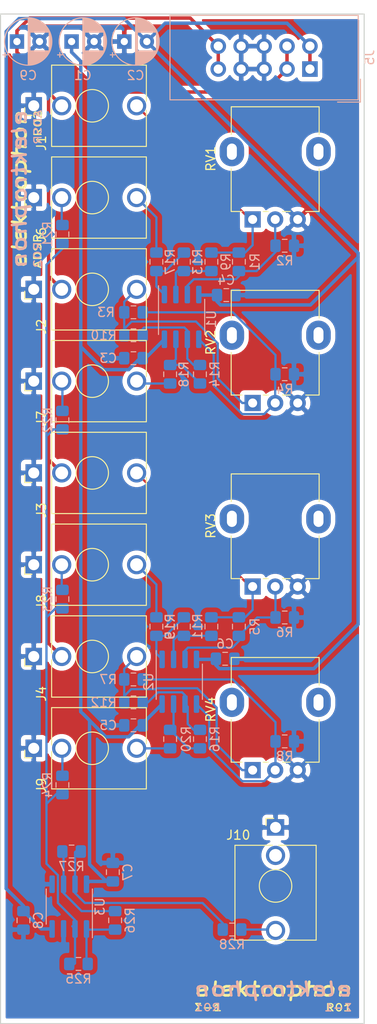
<source format=kicad_pcb>
(kicad_pcb (version 20171130) (host pcbnew 5.1.5-52549c5~86~ubuntu19.04.1)
  (title_block (title ADSR) (date 2019-09-22) (rev 01) (comment 1 "Original design by René Schmitz") (comment 2 "PCB for main circuit") (comment 4 "License CC BY 4.0 - Attribution 4.0 International"))
  (layers (0 F.Cu signal) (31 B.Cu signal) (34 B.Paste user) (35 F.Paste user) (36 B.SilkS user) (37 F.SilkS user) (38 B.Mask user) (39 F.Mask user) (44 Edge.Cuts user))
  (net 0 "")
  (net 1 GND)
  (net 2 +15V)
  (net 3 "Net-(J1-PadT)")
  (net 4 "Net-(J3-PadT)")
  (net 5 "Net-(R10-Pad1)")
  (net 6 -15V)
  (net 7 +5V)
  (net 8 "Net-(J2-PadT)")
  (net 9 "Net-(J4-PadT)")
  (net 10 /MIX_1)
  (net 11 "Net-(J6-PadT)")
  (net 12 "Net-(R1-Pad2)")
  (net 13 "Net-(R3-Pad2)")
  (net 14 "Net-(R5-Pad2)")
  (net 15 "Net-(R7-Pad2)")
  (net 16 "Net-(R13-Pad2)")
  (net 17 "Net-(R11-Pad1)")
  (net 18 "Net-(R12-Pad1)")
  (net 19 "Net-(R13-Pad1)")
  (net 20 "Net-(R14-Pad1)")
  (net 21 "Net-(R15-Pad1)")
  (net 22 "Net-(R16-Pad1)")
  (net 23 "Net-(R21-Pad2)")
  (net 24 "Net-(R25-Pad2)")
  (net 25 "Net-(R26-Pad2)")
  (net 26 "Net-(R27-Pad2)")
  (net 27 /MIX_2)
  (net 28 "Net-(J7-PadT)")
  (net 29 /MIX_3)
  (net 30 "Net-(J8-PadT)")
  (net 31 /MIX_4)
  (net 32 "Net-(J9-PadT)")
  (net 33 "Net-(J10-PadT)")
  (module "elektrophon:elektrophon logo" (layer F.Cu) (at 81.026 159.766)
    (fp_text reference REF** hide)
    (fp_text value "elektrophon logo" hide)
    (fp_text user Σ-1 (at 8.84 1.02) (layer B.SilkS) (effects (font (size 0.8 1)) (justify left mirror)))
    (fp_text user R01 (at -8.83 1) (layer B.SilkS) (effects (font (size 0.8 1)) (justify right mirror)))
    (fp_text user elektrophon (at 0 -1.016) (layer B.SilkS) (effects (font (size 1.5 2) (thickness 0.3) italic) (justify mirror)))
    (fp_text user R01 (at 8.8 1.02) (layer F.SilkS) (effects (font (size 0.8 1)) (justify right)))
    (fp_text user Σ-1 (at -8.88 1) (layer F.SilkS) (effects (font (size 0.8 1)) (justify left)))
    (fp_text user elektrophon (at 0 -1.016) (layer F.SilkS) (effects (font (size 1.5 2) (thickness 0.3) italic)))
  )
  (module Resistor_SMD:R_0805_2012Metric_Pad1.15x1.40mm_HandSolder (layer B.Cu) (at 76.454 152.146)
    (fp_text reference R28 (at 0 1.65) (layer B.SilkS) (effects (justify mirror)))
    (fp_text value 1k)
    (pad 2 smd roundrect (at 1.025 0) (size 1.15 1.4) (layers B.Cu B.Paste B.Mask) (roundrect_rratio 0.217391) (net 33 "Net-(J10-PadT)"))
    (pad 1 smd roundrect (at -1.025 0) (size 1.15 1.4) (layers B.Cu B.Paste B.Mask) (roundrect_rratio 0.217391) (net 26 "Net-(R27-Pad2)"))
  )
  (module Resistor_SMD:R_0805_2012Metric_Pad1.15x1.40mm_HandSolder (layer B.Cu) (at 58.674 143.51)
    (fp_text reference R27 (at 0 1.65) (layer B.SilkS) (effects (justify mirror)))
    (fp_text value 100k)
    (pad 2 smd roundrect (at 1.025 0) (size 1.15 1.4) (layers B.Cu B.Paste B.Mask) (roundrect_rratio 0.217391) (net 26 "Net-(R27-Pad2)"))
    (pad 1 smd roundrect (at -1.025 0) (size 1.15 1.4) (layers B.Cu B.Paste B.Mask) (roundrect_rratio 0.217391) (net 25 "Net-(R26-Pad2)"))
  )
  (module Resistor_SMD:R_0805_2012Metric_Pad1.15x1.40mm_HandSolder (layer B.Cu) (at 63.5 151.13 90)
    (fp_text reference R26 (at 0 1.65 90) (layer B.SilkS) (effects (justify mirror)))
    (fp_text value 100k)
    (pad 2 smd roundrect (at 1.025 0 90) (size 1.15 1.4) (layers B.Cu B.Paste B.Mask) (roundrect_rratio 0.217391) (net 25 "Net-(R26-Pad2)"))
    (pad 1 smd roundrect (at -1.025 0 90) (size 1.15 1.4) (layers B.Cu B.Paste B.Mask) (roundrect_rratio 0.217391) (net 24 "Net-(R25-Pad2)"))
  )
  (module Resistor_SMD:R_0805_2012Metric_Pad1.15x1.40mm_HandSolder (layer B.Cu) (at 59.436 155.956)
    (fp_text reference R25 (at 0 1.65) (layer B.SilkS) (effects (justify mirror)))
    (fp_text value 100k)
    (pad 2 smd roundrect (at 1.025 0) (size 1.15 1.4) (layers B.Cu B.Paste B.Mask) (roundrect_rratio 0.217391) (net 24 "Net-(R25-Pad2)"))
    (pad 1 smd roundrect (at -1.025 0) (size 1.15 1.4) (layers B.Cu B.Paste B.Mask) (roundrect_rratio 0.217391) (net 23 "Net-(R21-Pad2)"))
  )
  (module Resistor_SMD:R_0805_2012Metric_Pad1.15x1.40mm_HandSolder (layer B.Cu) (at 57.658 136.144 270)
    (fp_text reference R24 (at 0 1.65 270) (layer B.SilkS) (effects (justify mirror)))
    (fp_text value 100k)
    (pad 2 smd roundrect (at 1.025 0 270) (size 1.15 1.4) (layers B.Cu B.Paste B.Mask) (roundrect_rratio 0.217391) (net 23 "Net-(R21-Pad2)"))
    (pad 1 smd roundrect (at -1.025 0 270) (size 1.15 1.4) (layers B.Cu B.Paste B.Mask) (roundrect_rratio 0.217391) (net 31 /MIX_4))
  )
  (module Resistor_SMD:R_0805_2012Metric_Pad1.15x1.40mm_HandSolder (layer B.Cu) (at 57.658 115.57 270)
    (fp_text reference R23 (at 0 1.65 270) (layer B.SilkS) (effects (justify mirror)))
    (fp_text value 100k)
    (pad 2 smd roundrect (at 1.025 0 270) (size 1.15 1.4) (layers B.Cu B.Paste B.Mask) (roundrect_rratio 0.217391) (net 23 "Net-(R21-Pad2)"))
    (pad 1 smd roundrect (at -1.025 0 270) (size 1.15 1.4) (layers B.Cu B.Paste B.Mask) (roundrect_rratio 0.217391) (net 29 /MIX_3))
  )
  (module Resistor_SMD:R_0805_2012Metric_Pad1.15x1.40mm_HandSolder (layer B.Cu) (at 57.658 95.758 270)
    (fp_text reference R22 (at 0 1.65 270) (layer B.SilkS) (effects (justify mirror)))
    (fp_text value 100k)
    (pad 2 smd roundrect (at 1.025 0 270) (size 1.15 1.4) (layers B.Cu B.Paste B.Mask) (roundrect_rratio 0.217391) (net 23 "Net-(R21-Pad2)"))
    (pad 1 smd roundrect (at -1.025 0 270) (size 1.15 1.4) (layers B.Cu B.Paste B.Mask) (roundrect_rratio 0.217391) (net 27 /MIX_2))
  )
  (module Resistor_SMD:R_0805_2012Metric_Pad1.15x1.40mm_HandSolder (layer B.Cu) (at 57.658 75.184 270)
    (fp_text reference R21 (at 0 1.65 90) (layer B.SilkS) (effects (justify mirror)))
    (fp_text value 100k)
    (pad 2 smd roundrect (at 1.025 0 270) (size 1.15 1.4) (layers B.Cu B.Paste B.Mask) (roundrect_rratio 0.217391) (net 23 "Net-(R21-Pad2)"))
    (pad 1 smd roundrect (at -1.025 0 270) (size 1.15 1.4) (layers B.Cu B.Paste B.Mask) (roundrect_rratio 0.217391) (net 10 /MIX_1))
  )
  (module Resistor_SMD:R_0805_2012Metric_Pad1.15x1.40mm_HandSolder (layer B.Cu) (at 69.596 131.064 270)
    (fp_text reference R20 (at 0 -1.778 90) (layer B.SilkS) (effects (justify mirror)))
    (fp_text value 1k)
    (pad 2 smd roundrect (at 1.025 0 270) (size 1.15 1.4) (layers B.Cu B.Paste B.Mask) (roundrect_rratio 0.217391) (net 32 "Net-(J9-PadT)"))
    (pad 1 smd roundrect (at -1.025 0 270) (size 1.15 1.4) (layers B.Cu B.Paste B.Mask) (roundrect_rratio 0.217391) (net 22 "Net-(R16-Pad1)"))
  )
  (module Resistor_SMD:R_0805_2012Metric_Pad1.15x1.40mm_HandSolder (layer B.Cu) (at 68.072 118.609 90)
    (fp_text reference R19 (at -0.009 1.524 90) (layer B.SilkS) (effects (justify mirror)))
    (fp_text value 1k)
    (pad 2 smd roundrect (at 1.025 0 90) (size 1.15 1.4) (layers B.Cu B.Paste B.Mask) (roundrect_rratio 0.217391) (net 30 "Net-(J8-PadT)"))
    (pad 1 smd roundrect (at -1.025 0 90) (size 1.15 1.4) (layers B.Cu B.Paste B.Mask) (roundrect_rratio 0.217391) (net 21 "Net-(R15-Pad1)"))
  )
  (module Resistor_SMD:R_0805_2012Metric_Pad1.15x1.40mm_HandSolder (layer B.Cu) (at 69.596 90.678 270)
    (fp_text reference R18 (at 0 -1.524 270) (layer B.SilkS) (effects (justify mirror)))
    (fp_text value 1k)
    (pad 2 smd roundrect (at 1.025 0 270) (size 1.15 1.4) (layers B.Cu B.Paste B.Mask) (roundrect_rratio 0.217391) (net 28 "Net-(J7-PadT)"))
    (pad 1 smd roundrect (at -1.025 0 270) (size 1.15 1.4) (layers B.Cu B.Paste B.Mask) (roundrect_rratio 0.217391) (net 20 "Net-(R14-Pad1)"))
  )
  (module Resistor_SMD:R_0805_2012Metric_Pad1.15x1.40mm_HandSolder (layer B.Cu) (at 68.072 78.232 90)
    (fp_text reference R17 (at 0 1.524 90) (layer B.SilkS) (effects (justify mirror)))
    (fp_text value 1k)
    (pad 2 smd roundrect (at 1.025 0 90) (size 1.15 1.4) (layers B.Cu B.Paste B.Mask) (roundrect_rratio 0.217391) (net 11 "Net-(J6-PadT)"))
    (pad 1 smd roundrect (at -1.025 0 90) (size 1.15 1.4) (layers B.Cu B.Paste B.Mask) (roundrect_rratio 0.217391) (net 19 "Net-(R13-Pad1)"))
  )
  (module Resistor_SMD:R_0805_2012Metric_Pad1.15x1.40mm_HandSolder (layer B.Cu) (at 72.898 131.064 90)
    (fp_text reference R16 (at 0 1.65 90) (layer B.SilkS) (effects (justify mirror)))
    (fp_text value 100k)
    (pad 2 smd roundrect (at 1.025 0 90) (size 1.15 1.4) (layers B.Cu B.Paste B.Mask) (roundrect_rratio 0.217391) (net 18 "Net-(R12-Pad1)"))
    (pad 1 smd roundrect (at -1.025 0 90) (size 1.15 1.4) (layers B.Cu B.Paste B.Mask) (roundrect_rratio 0.217391) (net 22 "Net-(R16-Pad1)"))
  )
  (module Resistor_SMD:R_0805_2012Metric_Pad1.15x1.40mm_HandSolder (layer B.Cu) (at 71.12 118.609 270)
    (fp_text reference R15 (at 0 1.524 90) (layer B.SilkS) (effects (justify mirror)))
    (fp_text value 100k)
    (pad 2 smd roundrect (at 1.025 0 270) (size 1.15 1.4) (layers B.Cu B.Paste B.Mask) (roundrect_rratio 0.217391) (net 17 "Net-(R11-Pad1)"))
    (pad 1 smd roundrect (at -1.025 0 270) (size 1.15 1.4) (layers B.Cu B.Paste B.Mask) (roundrect_rratio 0.217391) (net 21 "Net-(R15-Pad1)"))
  )
  (module Resistor_SMD:R_0805_2012Metric_Pad1.15x1.40mm_HandSolder (layer B.Cu) (at 72.898 90.678 90)
    (fp_text reference R14 (at 0 1.65 90) (layer B.SilkS) (effects (justify mirror)))
    (fp_text value 100k)
    (pad 2 smd roundrect (at 1.025 0 90) (size 1.15 1.4) (layers B.Cu B.Paste B.Mask) (roundrect_rratio 0.217391) (net 5 "Net-(R10-Pad1)"))
    (pad 1 smd roundrect (at -1.025 0 90) (size 1.15 1.4) (layers B.Cu B.Paste B.Mask) (roundrect_rratio 0.217391) (net 20 "Net-(R14-Pad1)"))
  )
  (module Resistor_SMD:R_0805_2012Metric_Pad1.15x1.40mm_HandSolder (layer B.Cu) (at 71.12 78.232 270)
    (fp_text reference R13 (at 0 -1.524 90) (layer B.SilkS) (effects (justify mirror)))
    (fp_text value 100k)
    (pad 2 smd roundrect (at 1.025 0 270) (size 1.15 1.4) (layers B.Cu B.Paste B.Mask) (roundrect_rratio 0.217391) (net 16 "Net-(R13-Pad2)"))
    (pad 1 smd roundrect (at -1.025 0 270) (size 1.15 1.4) (layers B.Cu B.Paste B.Mask) (roundrect_rratio 0.217391) (net 19 "Net-(R13-Pad1)"))
  )
  (module Resistor_SMD:R_0805_2012Metric_Pad1.15x1.40mm_HandSolder (layer B.Cu) (at 65.532 127 180)
    (fp_text reference R12 (at 3.302 0) (layer B.SilkS) (effects (justify mirror)))
    (fp_text value 100k)
    (pad 2 smd roundrect (at 1.025 0 180) (size 1.15 1.4) (layers B.Cu B.Paste B.Mask) (roundrect_rratio 0.217391) (net 9 "Net-(J4-PadT)"))
    (pad 1 smd roundrect (at -1.025 0 180) (size 1.15 1.4) (layers B.Cu B.Paste B.Mask) (roundrect_rratio 0.217391) (net 18 "Net-(R12-Pad1)"))
  )
  (module Resistor_SMD:R_0805_2012Metric_Pad1.15x1.40mm_HandSolder (layer B.Cu) (at 74.168 118.609 90)
    (fp_text reference R11 (at 0 -1.524 270) (layer B.SilkS) (effects (justify mirror)))
    (fp_text value 100k)
    (pad 2 smd roundrect (at 1.025 0 90) (size 1.15 1.4) (layers B.Cu B.Paste B.Mask) (roundrect_rratio 0.217391) (net 4 "Net-(J3-PadT)"))
    (pad 1 smd roundrect (at -1.025 0 90) (size 1.15 1.4) (layers B.Cu B.Paste B.Mask) (roundrect_rratio 0.217391) (net 17 "Net-(R11-Pad1)"))
  )
  (module Resistor_SMD:R_0805_2012Metric_Pad1.15x1.40mm_HandSolder (layer B.Cu) (at 65.532 86.36 180)
    (fp_text reference R10 (at 3.302 0) (layer B.SilkS) (effects (justify mirror)))
    (fp_text value 100k)
    (pad 2 smd roundrect (at 1.025 0 180) (size 1.15 1.4) (layers B.Cu B.Paste B.Mask) (roundrect_rratio 0.217391) (net 8 "Net-(J2-PadT)"))
    (pad 1 smd roundrect (at -1.025 0 180) (size 1.15 1.4) (layers B.Cu B.Paste B.Mask) (roundrect_rratio 0.217391) (net 5 "Net-(R10-Pad1)"))
  )
  (module Resistor_SMD:R_0805_2012Metric_Pad1.15x1.40mm_HandSolder (layer B.Cu) (at 74.168 78.232 90)
    (fp_text reference R9 (at 0 1.608668 90) (layer B.SilkS) (effects (justify mirror)))
    (fp_text value 100k)
    (pad 2 smd roundrect (at 1.025 0 90) (size 1.15 1.4) (layers B.Cu B.Paste B.Mask) (roundrect_rratio 0.217391) (net 3 "Net-(J1-PadT)"))
    (pad 1 smd roundrect (at -1.025 0 90) (size 1.15 1.4) (layers B.Cu B.Paste B.Mask) (roundrect_rratio 0.217391) (net 16 "Net-(R13-Pad2)"))
  )
  (module Resistor_SMD:R_0805_2012Metric_Pad1.15x1.40mm_HandSolder (layer B.Cu) (at 82.296 131.318)
    (fp_text reference R8 (at 0 1.65) (layer B.SilkS) (effects (justify mirror)))
    (fp_text value 47k)
    (pad 2 smd roundrect (at 1.025 0) (size 1.15 1.4) (layers B.Cu B.Paste B.Mask) (roundrect_rratio 0.217391) (net 1 GND))
    (pad 1 smd roundrect (at -1.025 0) (size 1.15 1.4) (layers B.Cu B.Paste B.Mask) (roundrect_rratio 0.217391) (net 15 "Net-(R7-Pad2)"))
  )
  (module Resistor_SMD:R_0805_2012Metric_Pad1.15x1.40mm_HandSolder (layer B.Cu) (at 65.532 124.46)
    (fp_text reference R7 (at -2.794 0) (layer B.SilkS) (effects (justify mirror)))
    (fp_text value 47k)
    (pad 2 smd roundrect (at 1.025 0) (size 1.15 1.4) (layers B.Cu B.Paste B.Mask) (roundrect_rratio 0.217391) (net 15 "Net-(R7-Pad2)"))
    (pad 1 smd roundrect (at -1.025 0) (size 1.15 1.4) (layers B.Cu B.Paste B.Mask) (roundrect_rratio 0.217391) (net 9 "Net-(J4-PadT)"))
  )
  (module Resistor_SMD:R_0805_2012Metric_Pad1.15x1.40mm_HandSolder (layer B.Cu) (at 82.296 117.602)
    (fp_text reference R6 (at 0 1.65) (layer B.SilkS) (effects (justify mirror)))
    (fp_text value 47k)
    (pad 2 smd roundrect (at 1.025 0) (size 1.15 1.4) (layers B.Cu B.Paste B.Mask) (roundrect_rratio 0.217391) (net 1 GND))
    (pad 1 smd roundrect (at -1.025 0) (size 1.15 1.4) (layers B.Cu B.Paste B.Mask) (roundrect_rratio 0.217391) (net 14 "Net-(R5-Pad2)"))
  )
  (module Resistor_SMD:R_0805_2012Metric_Pad1.15x1.40mm_HandSolder (layer B.Cu) (at 77.216 118.609 270)
    (fp_text reference R5 (at 0.009 -1.778 90) (layer B.SilkS) (effects (justify mirror)))
    (fp_text value 47k)
    (pad 2 smd roundrect (at 1.025 0 270) (size 1.15 1.4) (layers B.Cu B.Paste B.Mask) (roundrect_rratio 0.217391) (net 14 "Net-(R5-Pad2)"))
    (pad 1 smd roundrect (at -1.025 0 270) (size 1.15 1.4) (layers B.Cu B.Paste B.Mask) (roundrect_rratio 0.217391) (net 4 "Net-(J3-PadT)"))
  )
  (module Resistor_SMD:R_0805_2012Metric_Pad1.15x1.40mm_HandSolder (layer B.Cu) (at 82.296 90.678)
    (fp_text reference R4 (at 0 1.65 180) (layer B.SilkS) (effects (justify mirror)))
    (fp_text value 47k)
    (pad 2 smd roundrect (at 1.025 0) (size 1.15 1.4) (layers B.Cu B.Paste B.Mask) (roundrect_rratio 0.217391) (net 1 GND))
    (pad 1 smd roundrect (at -1.025 0) (size 1.15 1.4) (layers B.Cu B.Paste B.Mask) (roundrect_rratio 0.217391) (net 13 "Net-(R3-Pad2)"))
  )
  (module Resistor_SMD:R_0805_2012Metric_Pad1.15x1.40mm_HandSolder (layer B.Cu) (at 65.532 83.82)
    (fp_text reference R3 (at -3.048 0 180) (layer B.SilkS) (effects (justify mirror)))
    (fp_text value 47k)
    (pad 2 smd roundrect (at 1.025 0) (size 1.15 1.4) (layers B.Cu B.Paste B.Mask) (roundrect_rratio 0.217391) (net 13 "Net-(R3-Pad2)"))
    (pad 1 smd roundrect (at -1.025 0) (size 1.15 1.4) (layers B.Cu B.Paste B.Mask) (roundrect_rratio 0.217391) (net 8 "Net-(J2-PadT)"))
  )
  (module Resistor_SMD:R_0805_2012Metric_Pad1.15x1.40mm_HandSolder (layer B.Cu) (at 82.296 76.454)
    (fp_text reference R2 (at 0 1.65) (layer B.SilkS) (effects (justify mirror)))
    (fp_text value 47k)
    (pad 2 smd roundrect (at 1.025 0) (size 1.15 1.4) (layers B.Cu B.Paste B.Mask) (roundrect_rratio 0.217391) (net 1 GND))
    (pad 1 smd roundrect (at -1.025 0) (size 1.15 1.4) (layers B.Cu B.Paste B.Mask) (roundrect_rratio 0.217391) (net 12 "Net-(R1-Pad2)"))
  )
  (module Resistor_SMD:R_0805_2012Metric_Pad1.15x1.40mm_HandSolder (layer B.Cu) (at 77.216 78.232 270)
    (fp_text reference R1 (at 0 -1.778 90) (layer B.SilkS) (effects (justify mirror)))
    (fp_text value 47k)
    (pad 2 smd roundrect (at 1.025 0 270) (size 1.15 1.4) (layers B.Cu B.Paste B.Mask) (roundrect_rratio 0.217391) (net 12 "Net-(R1-Pad2)"))
    (pad 1 smd roundrect (at -1.025 0 270) (size 1.15 1.4) (layers B.Cu B.Paste B.Mask) (roundrect_rratio 0.217391) (net 3 "Net-(J1-PadT)"))
  )
  (module Capacitor_SMD:C_0805_2012Metric_Pad1.15x1.40mm_HandSolder (layer B.Cu) (at 53.34 151.13 90)
    (fp_text reference C8 (at 0 1.65 -90) (layer B.SilkS) (effects (justify mirror)))
    (fp_text value 0.1u)
    (pad 2 smd roundrect (at 1.025 0 90) (size 1.15 1.4) (layers B.Cu B.Paste B.Mask) (roundrect_rratio 0.217391) (net 6 -15V))
    (pad 1 smd roundrect (at -1.025 0 90) (size 1.15 1.4) (layers B.Cu B.Paste B.Mask) (roundrect_rratio 0.217391) (net 1 GND))
  )
  (module Capacitor_SMD:C_0805_2012Metric_Pad1.15x1.40mm_HandSolder (layer B.Cu) (at 63.246 145.796 90)
    (fp_text reference C7 (at 0 1.65 90) (layer B.SilkS) (effects (justify mirror)))
    (fp_text value 0.1u)
    (pad 2 smd roundrect (at 1.025 0 90) (size 1.15 1.4) (layers B.Cu B.Paste B.Mask) (roundrect_rratio 0.217391) (net 1 GND))
    (pad 1 smd roundrect (at -1.025 0 90) (size 1.15 1.4) (layers B.Cu B.Paste B.Mask) (roundrect_rratio 0.217391) (net 2 +15V))
  )
  (module Capacitor_SMD:C_0805_2012Metric_Pad1.15x1.40mm_HandSolder (layer B.Cu) (at 75.692 122.174 180)
    (fp_text reference C6 (at 0 1.65) (layer B.SilkS) (effects (justify mirror)))
    (fp_text value 0.1u)
    (pad 2 smd roundrect (at 1.025 0 180) (size 1.15 1.4) (layers B.Cu B.Paste B.Mask) (roundrect_rratio 0.217391) (net 6 -15V))
    (pad 1 smd roundrect (at -1.025 0 180) (size 1.15 1.4) (layers B.Cu B.Paste B.Mask) (roundrect_rratio 0.217391) (net 1 GND))
  )
  (module Capacitor_SMD:C_0805_2012Metric_Pad1.15x1.40mm_HandSolder (layer B.Cu) (at 65.532 129.54 180)
    (fp_text reference C5 (at 2.794 0) (layer B.SilkS) (effects (justify mirror)))
    (fp_text value 0.1u)
    (pad 2 smd roundrect (at 1.025 0 180) (size 1.15 1.4) (layers B.Cu B.Paste B.Mask) (roundrect_rratio 0.217391) (net 1 GND))
    (pad 1 smd roundrect (at -1.025 0 180) (size 1.15 1.4) (layers B.Cu B.Paste B.Mask) (roundrect_rratio 0.217391) (net 2 +15V))
  )
  (module Capacitor_SMD:C_0805_2012Metric_Pad1.15x1.40mm_HandSolder (layer B.Cu) (at 75.819 81.915 180)
    (fp_text reference C4 (at 0 1.65 180) (layer B.SilkS) (effects (justify mirror)))
    (fp_text value 0.1u)
    (pad 2 smd roundrect (at 1.025 0 180) (size 1.15 1.4) (layers B.Cu B.Paste B.Mask) (roundrect_rratio 0.217391) (net 6 -15V))
    (pad 1 smd roundrect (at -1.025 0 180) (size 1.15 1.4) (layers B.Cu B.Paste B.Mask) (roundrect_rratio 0.217391) (net 1 GND))
  )
  (module Capacitor_SMD:C_0805_2012Metric_Pad1.15x1.40mm_HandSolder (layer B.Cu) (at 65.532 88.9 180)
    (fp_text reference C3 (at 2.794 0) (layer B.SilkS) (effects (justify mirror)))
    (fp_text value 0.1u)
    (pad 2 smd roundrect (at 1.025 0 180) (size 1.15 1.4) (layers B.Cu B.Paste B.Mask) (roundrect_rratio 0.217391) (net 1 GND))
    (pad 1 smd roundrect (at -1.025 0 180) (size 1.15 1.4) (layers B.Cu B.Paste B.Mask) (roundrect_rratio 0.217391) (net 2 +15V))
  )
  (module Package_SO:SOIC-8_3.9x4.9mm_P1.27mm (layer B.Cu) (at 58.42 149.606 90)
    (fp_text reference U3 (at 0 3.4 90) (layer B.SilkS) (effects (justify mirror)))
    (fp_text value OPA2134)
    (pad 8 smd roundrect (at 2.475 1.905 90) (size 1.95 0.6) (layers B.Cu B.Paste B.Mask) (net 2 +15V))
    (pad 7 smd roundrect (at 2.475 0.635 90) (size 1.95 0.6) (layers B.Cu B.Paste B.Mask) (net 26 "Net-(R27-Pad2)"))
    (pad 6 smd roundrect (at 2.475 -0.635 90) (size 1.95 0.6) (layers B.Cu B.Paste B.Mask) (net 25 "Net-(R26-Pad2)"))
    (pad 5 smd roundrect (at 2.475 -1.905 90) (size 1.95 0.6) (layers B.Cu B.Paste B.Mask) (net 1 GND))
    (pad 4 smd roundrect (at -2.475 -1.905 90) (size 1.95 0.6) (layers B.Cu B.Paste B.Mask) (net 6 -15V))
    (pad 3 smd roundrect (at -2.475 -0.635 90) (size 1.95 0.6) (layers B.Cu B.Paste B.Mask) (net 1 GND))
    (pad 2 smd roundrect (at -2.475 0.635 90) (size 1.95 0.6) (layers B.Cu B.Paste B.Mask) (net 23 "Net-(R21-Pad2)"))
    (pad 1 smd roundrect (at -2.475 1.905 90) (size 1.95 0.6) (layers B.Cu B.Paste B.Mask) (net 24 "Net-(R25-Pad2)"))
  )
  (module Package_SO:SOIC-8_3.9x4.9mm_P1.27mm (layer B.Cu) (at 70.612 124.714 270)
    (fp_text reference U2 (at 0 3.4 270) (layer B.SilkS) (effects (justify mirror)))
    (fp_text value OPA2134)
    (pad 8 smd roundrect (at 2.475 1.905 270) (size 1.95 0.6) (layers B.Cu B.Paste B.Mask) (net 2 +15V))
    (pad 7 smd roundrect (at 2.475 0.635 270) (size 1.95 0.6) (layers B.Cu B.Paste B.Mask) (net 22 "Net-(R16-Pad1)"))
    (pad 6 smd roundrect (at 2.475 -0.635 270) (size 1.95 0.6) (layers B.Cu B.Paste B.Mask) (net 18 "Net-(R12-Pad1)"))
    (pad 5 smd roundrect (at 2.475 -1.905 270) (size 1.95 0.6) (layers B.Cu B.Paste B.Mask) (net 15 "Net-(R7-Pad2)"))
    (pad 4 smd roundrect (at -2.475 -1.905 270) (size 1.95 0.6) (layers B.Cu B.Paste B.Mask) (net 6 -15V))
    (pad 3 smd roundrect (at -2.475 -0.635 270) (size 1.95 0.6) (layers B.Cu B.Paste B.Mask) (net 14 "Net-(R5-Pad2)"))
    (pad 2 smd roundrect (at -2.475 0.635 270) (size 1.95 0.6) (layers B.Cu B.Paste B.Mask) (net 17 "Net-(R11-Pad1)"))
    (pad 1 smd roundrect (at -2.475 1.905 270) (size 1.95 0.6) (layers B.Cu B.Paste B.Mask) (net 21 "Net-(R15-Pad1)"))
  )
  (module Package_SO:SOIC-8_3.9x4.9mm_P1.27mm (layer B.Cu) (at 70.866 84.328 270)
    (fp_text reference U1 (at 0.254 -3.302 270) (layer B.SilkS) (effects (justify mirror)))
    (fp_text value OPA2134)
    (pad 8 smd roundrect (at 2.475 1.905 270) (size 1.95 0.6) (layers B.Cu B.Paste B.Mask) (net 2 +15V))
    (pad 7 smd roundrect (at 2.475 0.635 270) (size 1.95 0.6) (layers B.Cu B.Paste B.Mask) (net 20 "Net-(R14-Pad1)"))
    (pad 6 smd roundrect (at 2.475 -0.635 270) (size 1.95 0.6) (layers B.Cu B.Paste B.Mask) (net 5 "Net-(R10-Pad1)"))
    (pad 5 smd roundrect (at 2.475 -1.905 270) (size 1.95 0.6) (layers B.Cu B.Paste B.Mask) (net 13 "Net-(R3-Pad2)"))
    (pad 4 smd roundrect (at -2.475 -1.905 270) (size 1.95 0.6) (layers B.Cu B.Paste B.Mask) (net 6 -15V))
    (pad 3 smd roundrect (at -2.475 -0.635 270) (size 1.95 0.6) (layers B.Cu B.Paste B.Mask) (net 12 "Net-(R1-Pad2)"))
    (pad 2 smd roundrect (at -2.475 0.635 270) (size 1.95 0.6) (layers B.Cu B.Paste B.Mask) (net 16 "Net-(R13-Pad2)"))
    (pad 1 smd roundrect (at -2.475 1.905 270) (size 1.95 0.6) (layers B.Cu B.Paste B.Mask) (net 19 "Net-(R13-Pad1)"))
  )
  (module elektrophon:Jack_3.5mm_WQP-PJ398SM_Vertical (layer F.Cu) (at 81.28 147.32)
    (fp_text reference J10 (at -4.13 -5.63) (layer F.SilkS))
    (fp_text value OUT)
    (pad TN thru_hole circle (at 0 -3.38 180) (size 2.13 2.13) (drill 1.42) (layers *.Cu *.Mask))
    (pad S thru_hole rect (at 0 -6.48 180) (size 1.93 1.83) (drill 1.22) (layers *.Cu *.Mask) (net 1 GND))
    (pad T thru_hole circle (at 0 4.92 180) (size 2.13 2.13) (drill 1.43) (layers *.Cu *.Mask) (net 33 "Net-(J10-PadT)"))
  )
  (module elektrophon:Jack_3.5mm_WQP-PJ398SM_Vertical (layer F.Cu) (at 60.96 132.08 90)
    (fp_text reference J9 (at -4.13 -5.63 90) (layer F.SilkS))
    (fp_text value OUT)
    (pad TN thru_hole circle (at 0 -3.38 270) (size 2.13 2.13) (drill 1.42) (layers *.Cu *.Mask) (net 31 /MIX_4))
    (pad S thru_hole rect (at 0 -6.48 270) (size 1.93 1.83) (drill 1.22) (layers *.Cu *.Mask) (net 1 GND))
    (pad T thru_hole circle (at 0 4.92 270) (size 2.13 2.13) (drill 1.43) (layers *.Cu *.Mask) (net 32 "Net-(J9-PadT)"))
  )
  (module elektrophon:Jack_3.5mm_WQP-PJ398SM_Vertical (layer F.Cu) (at 60.96 111.76 90)
    (fp_text reference J8 (at -4.13 -5.63 90) (layer F.SilkS))
    (fp_text value OUT)
    (pad TN thru_hole circle (at 0 -3.38 270) (size 2.13 2.13) (drill 1.42) (layers *.Cu *.Mask) (net 29 /MIX_3))
    (pad S thru_hole rect (at 0 -6.48 270) (size 1.93 1.83) (drill 1.22) (layers *.Cu *.Mask) (net 1 GND))
    (pad T thru_hole circle (at 0 4.92 270) (size 2.13 2.13) (drill 1.43) (layers *.Cu *.Mask) (net 30 "Net-(J8-PadT)"))
  )
  (module elektrophon:Jack_3.5mm_WQP-PJ398SM_Vertical (layer F.Cu) (at 60.96 91.44 90)
    (fp_text reference J7 (at -4.13 -5.63 90) (layer F.SilkS))
    (fp_text value OUT)
    (pad TN thru_hole circle (at 0 -3.38 270) (size 2.13 2.13) (drill 1.42) (layers *.Cu *.Mask) (net 27 /MIX_2))
    (pad S thru_hole rect (at 0 -6.48 270) (size 1.93 1.83) (drill 1.22) (layers *.Cu *.Mask) (net 1 GND))
    (pad T thru_hole circle (at 0 4.92 270) (size 2.13 2.13) (drill 1.43) (layers *.Cu *.Mask) (net 28 "Net-(J7-PadT)"))
  )
  (module elektrophon:Jack_3.5mm_WQP-PJ398SM_Vertical (layer F.Cu) (at 60.96 71.12 90)
    (fp_text reference J6 (at -4.13 -5.63 90) (layer F.SilkS))
    (fp_text value OUT)
    (pad TN thru_hole circle (at 0 -3.38 270) (size 2.13 2.13) (drill 1.42) (layers *.Cu *.Mask) (net 10 /MIX_1))
    (pad S thru_hole rect (at 0 -6.48 270) (size 1.93 1.83) (drill 1.22) (layers *.Cu *.Mask) (net 1 GND))
    (pad T thru_hole circle (at 0 4.92 270) (size 2.13 2.13) (drill 1.43) (layers *.Cu *.Mask) (net 11 "Net-(J6-PadT)"))
  )
  (module elektrophon:Potentiometer_Alpha_RD901F-40-00D_Single_Vertical (layer F.Cu) (at 81.28 127 90)
    (fp_text reference RV4 (at -0.79 -7.18 270) (layer F.SilkS))
    (fp_text value 100k)
    (pad "" thru_hole oval (at 0 -4.84 180) (size 2.72 3.24) (drill oval 1.1 1.8) (layers *.Cu *.Mask))
    (pad "" thru_hole oval (at 0 4.76 180) (size 2.72 3.24) (drill oval 1.1 1.8) (layers *.Cu *.Mask))
    (pad 3 thru_hole circle (at -7.5 2.46 180) (size 1.8 1.8) (drill 1) (layers *.Cu *.Mask) (net 1 GND))
    (pad 2 thru_hole circle (at -7.5 -0.04 180) (size 1.8 1.8) (drill 1) (layers *.Cu *.Mask) (net 15 "Net-(R7-Pad2)"))
    (pad 1 thru_hole rect (at -7.5 -2.54 180) (size 1.8 1.8) (drill 1) (layers *.Cu *.Mask) (net 9 "Net-(J4-PadT)"))
  )
  (module elektrophon:Potentiometer_Alpha_RD901F-40-00D_Single_Vertical (layer F.Cu) (at 81.28 106.68 90)
    (fp_text reference RV3 (at -0.79 -7.18 270) (layer F.SilkS))
    (fp_text value 100k)
    (pad "" thru_hole oval (at 0 -4.84 180) (size 2.72 3.24) (drill oval 1.1 1.8) (layers *.Cu *.Mask))
    (pad "" thru_hole oval (at 0 4.76 180) (size 2.72 3.24) (drill oval 1.1 1.8) (layers *.Cu *.Mask))
    (pad 3 thru_hole circle (at -7.5 2.46 180) (size 1.8 1.8) (drill 1) (layers *.Cu *.Mask) (net 1 GND))
    (pad 2 thru_hole circle (at -7.5 -0.04 180) (size 1.8 1.8) (drill 1) (layers *.Cu *.Mask) (net 14 "Net-(R5-Pad2)"))
    (pad 1 thru_hole rect (at -7.5 -2.54 180) (size 1.8 1.8) (drill 1) (layers *.Cu *.Mask) (net 4 "Net-(J3-PadT)"))
  )
  (module elektrophon:Potentiometer_Alpha_RD901F-40-00D_Single_Vertical (layer F.Cu) (at 81.28 86.36 90)
    (fp_text reference RV2 (at -0.79 -7.18 270) (layer F.SilkS))
    (fp_text value 100k)
    (pad "" thru_hole oval (at 0 -4.84 180) (size 2.72 3.24) (drill oval 1.1 1.8) (layers *.Cu *.Mask))
    (pad "" thru_hole oval (at 0 4.76 180) (size 2.72 3.24) (drill oval 1.1 1.8) (layers *.Cu *.Mask))
    (pad 3 thru_hole circle (at -7.5 2.46 180) (size 1.8 1.8) (drill 1) (layers *.Cu *.Mask) (net 1 GND))
    (pad 2 thru_hole circle (at -7.5 -0.04 180) (size 1.8 1.8) (drill 1) (layers *.Cu *.Mask) (net 13 "Net-(R3-Pad2)"))
    (pad 1 thru_hole rect (at -7.5 -2.54 180) (size 1.8 1.8) (drill 1) (layers *.Cu *.Mask) (net 8 "Net-(J2-PadT)"))
  )
  (module elektrophon:Potentiometer_Alpha_RD901F-40-00D_Single_Vertical (layer F.Cu) (at 81.28 66.04 90)
    (fp_text reference RV1 (at -0.79 -7.18 270) (layer F.SilkS))
    (fp_text value 100k)
    (pad "" thru_hole oval (at 0 -4.84 180) (size 2.72 3.24) (drill oval 1.1 1.8) (layers *.Cu *.Mask))
    (pad "" thru_hole oval (at 0 4.76 180) (size 2.72 3.24) (drill oval 1.1 1.8) (layers *.Cu *.Mask))
    (pad 3 thru_hole circle (at -7.5 2.46 180) (size 1.8 1.8) (drill 1) (layers *.Cu *.Mask) (net 1 GND))
    (pad 2 thru_hole circle (at -7.5 -0.04 180) (size 1.8 1.8) (drill 1) (layers *.Cu *.Mask) (net 12 "Net-(R1-Pad2)"))
    (pad 1 thru_hole rect (at -7.5 -2.54 180) (size 1.8 1.8) (drill 1) (layers *.Cu *.Mask) (net 3 "Net-(J1-PadT)"))
  )
  (module Connector_IDC:IDC-Header_2x05_P2.54mm_Vertical (layer B.Cu) (at 85.09 56.896 90)
    (fp_text reference J5 (at 1.27 6.604 270) (layer B.SilkS) (effects (justify mirror)))
    (fp_text value "IDC Header")
    (pad 10 thru_hole oval (at 2.54 -10.16 90) (size 1.7272 1.7272) (drill 1.016) (layers *.Cu *.Mask) (net 7 +5V))
    (pad 9 thru_hole oval (at 0 -10.16 90) (size 1.7272 1.7272) (drill 1.016) (layers *.Cu *.Mask) (net 7 +5V))
    (pad 8 thru_hole oval (at 2.54 -7.62 90) (size 1.7272 1.7272) (drill 1.016) (layers *.Cu *.Mask) (net 1 GND))
    (pad 7 thru_hole oval (at 0 -7.62 90) (size 1.7272 1.7272) (drill 1.016) (layers *.Cu *.Mask) (net 1 GND))
    (pad 6 thru_hole oval (at 2.54 -5.08 90) (size 1.7272 1.7272) (drill 1.016) (layers *.Cu *.Mask) (net 1 GND))
    (pad 5 thru_hole oval (at 0 -5.08 90) (size 1.7272 1.7272) (drill 1.016) (layers *.Cu *.Mask) (net 1 GND))
    (pad 4 thru_hole oval (at 2.54 -2.54 90) (size 1.7272 1.7272) (drill 1.016) (layers *.Cu *.Mask) (net 2 +15V))
    (pad 3 thru_hole oval (at 0 -2.54 90) (size 1.7272 1.7272) (drill 1.016) (layers *.Cu *.Mask) (net 2 +15V))
    (pad 2 thru_hole oval (at 2.54 0 90) (size 1.7272 1.7272) (drill 1.016) (layers *.Cu *.Mask) (net 6 -15V))
    (pad 1 thru_hole rect (at 0 0 90) (size 1.7272 1.7272) (drill 1.016) (layers *.Cu *.Mask) (net 6 -15V))
  )
  (module elektrophon:Jack_3.5mm_WQP-PJ398SM_Vertical (layer F.Cu) (at 60.96 121.92 90)
    (fp_text reference J4 (at -4.13 -5.63 90) (layer F.SilkS))
    (fp_text value IN)
    (pad TN thru_hole circle (at 0 -3.38 270) (size 2.13 2.13) (drill 1.42) (layers *.Cu *.Mask) (net 7 +5V))
    (pad S thru_hole rect (at 0 -6.48 270) (size 1.93 1.83) (drill 1.22) (layers *.Cu *.Mask) (net 1 GND))
    (pad T thru_hole circle (at 0 4.92 270) (size 2.13 2.13) (drill 1.43) (layers *.Cu *.Mask) (net 9 "Net-(J4-PadT)"))
  )
  (module elektrophon:Jack_3.5mm_WQP-PJ398SM_Vertical (layer F.Cu) (at 60.96 101.6 90)
    (fp_text reference J3 (at -4.13 -5.63 90) (layer F.SilkS))
    (fp_text value IN)
    (pad TN thru_hole circle (at 0 -3.38 270) (size 2.13 2.13) (drill 1.42) (layers *.Cu *.Mask) (net 7 +5V))
    (pad S thru_hole rect (at 0 -6.48 270) (size 1.93 1.83) (drill 1.22) (layers *.Cu *.Mask) (net 1 GND))
    (pad T thru_hole circle (at 0 4.92 270) (size 2.13 2.13) (drill 1.43) (layers *.Cu *.Mask) (net 4 "Net-(J3-PadT)"))
  )
  (module elektrophon:Jack_3.5mm_WQP-PJ398SM_Vertical (layer F.Cu) (at 60.96 81.28 90)
    (fp_text reference J2 (at -4.13 -5.63 90) (layer F.SilkS))
    (fp_text value IN)
    (pad TN thru_hole circle (at 0 -3.38 270) (size 2.13 2.13) (drill 1.42) (layers *.Cu *.Mask) (net 7 +5V))
    (pad S thru_hole rect (at 0 -6.48 270) (size 1.93 1.83) (drill 1.22) (layers *.Cu *.Mask) (net 1 GND))
    (pad T thru_hole circle (at 0 4.92 270) (size 2.13 2.13) (drill 1.43) (layers *.Cu *.Mask) (net 8 "Net-(J2-PadT)"))
  )
  (module elektrophon:Jack_3.5mm_WQP-PJ398SM_Vertical (layer F.Cu) (at 60.96 60.96 90)
    (fp_text reference J1 (at -4.13 -5.63 90) (layer F.SilkS))
    (fp_text value IN)
    (pad TN thru_hole circle (at 0 -3.38 270) (size 2.13 2.13) (drill 1.42) (layers *.Cu *.Mask) (net 7 +5V))
    (pad S thru_hole rect (at 0 -6.48 270) (size 1.93 1.83) (drill 1.22) (layers *.Cu *.Mask) (net 1 GND))
    (pad T thru_hole circle (at 0 4.92 270) (size 2.13 2.13) (drill 1.43) (layers *.Cu *.Mask) (net 3 "Net-(J1-PadT)"))
  )
  (module Capacitor_THT:CP_Radial_D5.0mm_P2.50mm (layer B.Cu) (at 52.618 53.848)
    (fp_text reference C9 (at 1.25 3.75) (layer B.SilkS) (effects (justify mirror)))
    (fp_text value 10u)
    (pad 2 thru_hole circle (at 2.5 0) (size 1.6 1.6) (drill 0.8) (layers *.Cu *.Mask) (net 1 GND))
    (pad 1 thru_hole rect (at 0 0) (size 1.6 1.6) (drill 0.8) (layers *.Cu *.Mask) (net 7 +5V))
  )
  (module Capacitor_THT:CP_Radial_D5.0mm_P2.50mm (layer B.Cu) (at 64.516 53.848)
    (fp_text reference C2 (at 1.25 3.75) (layer B.SilkS) (effects (justify mirror)))
    (fp_text value 10u)
    (pad 2 thru_hole circle (at 2.5 0) (size 1.6 1.6) (drill 0.8) (layers *.Cu *.Mask) (net 6 -15V))
    (pad 1 thru_hole rect (at 0 0) (size 1.6 1.6) (drill 0.8) (layers *.Cu *.Mask) (net 1 GND))
  )
  (module Capacitor_THT:CP_Radial_D5.0mm_P2.50mm (layer B.Cu) (at 58.674 53.848)
    (fp_text reference C1 (at 1.25 3.75) (layer B.SilkS) (effects (justify mirror)))
    (fp_text value 10u)
    (pad 2 thru_hole circle (at 2.5 0) (size 1.6 1.6) (drill 0.8) (layers *.Cu *.Mask) (net 1 GND))
    (pad 1 thru_hole rect (at 0 0) (size 1.6 1.6) (drill 0.8) (layers *.Cu *.Mask) (net 2 +15V))
  )
  (module "elektrophon:elektrophon logo" (layer F.Cu) (at 53.9115 70.1675 90)
    (fp_text reference REF** hide)
    (fp_text value "elektrophon logo" hide)
    (fp_text user ADSR (at 8.84 1.02 90) (layer B.SilkS) (effects (font (size 0.8 1)) (justify left mirror)))
    (fp_text user R02 (at -8.83 1 90) (layer B.SilkS) (effects (font (size 0.8 1)) (justify right mirror)))
    (fp_text user elektrophon (at 0 -1.016 90) (layer B.SilkS) (effects (font (size 1.5 2) (thickness 0.3) italic) (justify mirror)))
    (fp_text user R02 (at 8.8 1.02 90) (layer F.SilkS) (effects (font (size 0.8 1)) (justify right)))
    (fp_text user ADSR (at -8.88 1 90) (layer F.SilkS) (effects (font (size 0.8 1)) (justify left)))
    (fp_text user elektrophon (at 0 -1.016 90) (layer F.SilkS) (effects (font (size 1.5 2) (thickness 0.3) italic)))
  )
  (gr_line (start 91.1 50.8) (end 50.8 50.8) (layer Edge.Cuts) (width 0.12))
  (gr_line (start 91.1 162.56) (end 91.1 50.8) (layer Edge.Cuts) (width 0.12))
  (gr_line (start 50.8 162.56) (end 91.1 162.56) (layer Edge.Cuts) (width 0.12))
  (gr_line (start 50.8 50.8) (end 50.8 162.56) (layer Edge.Cuts) (width 0.12))
  (segment (start 58.674 55.029) (end 59.69 56.045) (width 0.381) (layer B.Cu) (net 2))
  (segment (start 58.674 53.848) (end 58.674 55.029) (width 0.381) (layer B.Cu) (net 2))
  (segment (start 66.265858 129.54) (end 66.557 129.54) (width 0.381) (layer B.Cu) (net 2))
  (segment (start 62.455858 130.81) (end 64.995858 130.81) (width 0.381) (layer B.Cu) (net 2))
  (segment (start 64.995858 130.81) (end 66.265858 129.54) (width 0.381) (layer B.Cu) (net 2))
  (segment (start 66.557 129.339) (end 68.707 127.189) (width 0.381) (layer B.Cu) (net 2))
  (segment (start 66.557 129.54) (end 66.557 129.339) (width 0.381) (layer B.Cu) (net 2))
  (segment (start 59.69 84.582) (end 59.69 128.044142) (width 0.381) (layer B.Cu) (net 2))
  (segment (start 59.69 56.045) (end 59.69 84.582) (width 0.381) (layer B.Cu) (net 2))
  (segment (start 66.864 88.9) (end 68.961 86.803) (width 0.381) (layer B.Cu) (net 2))
  (segment (start 66.557 88.9) (end 66.864 88.9) (width 0.381) (layer B.Cu) (net 2))
  (segment (start 60.66451 128.99051) (end 59.944 128.27) (width 0.381) (layer B.Cu) (net 2))
  (segment (start 60.66451 144.93951) (end 60.66451 128.99051) (width 0.381) (layer B.Cu) (net 2))
  (segment (start 63.246 146.821) (end 62.546 146.821) (width 0.381) (layer B.Cu) (net 2))
  (segment (start 59.944 128.27) (end 62.455858 130.81) (width 0.381) (layer B.Cu) (net 2))
  (segment (start 62.546 146.821) (end 60.66451 144.93951) (width 0.381) (layer B.Cu) (net 2))
  (segment (start 59.69 128.044142) (end 59.944 128.27) (width 0.381) (layer B.Cu) (net 2))
  (segment (start 60.635 146.821) (end 60.325 147.131) (width 0.381) (layer B.Cu) (net 2))
  (segment (start 63.246 146.821) (end 60.635 146.821) (width 0.381) (layer B.Cu) (net 2))
  (segment (start 82.55 54.356) (end 82.55 56.896) (width 0.381) (layer F.Cu) (net 2))
  (segment (start 81.686401 57.759599) (end 82.55 56.896) (width 0.381) (layer F.Cu) (net 2))
  (segment (start 58.674 53.848) (end 58.674 55.029) (width 0.381) (layer F.Cu) (net 2))
  (segment (start 80.01 59.436) (end 81.686401 57.759599) (width 0.381) (layer F.Cu) (net 2))
  (segment (start 63.081 59.436) (end 80.01 59.436) (width 0.381) (layer F.Cu) (net 2))
  (segment (start 58.674 55.029) (end 63.081 59.436) (width 0.381) (layer F.Cu) (net 2))
  (segment (start 66.265858 88.9) (end 66.557 88.9) (width 0.381) (layer B.Cu) (net 2))
  (segment (start 62.23 90.17) (end 64.995858 90.17) (width 0.381) (layer B.Cu) (net 2))
  (segment (start 64.995858 90.17) (end 66.265858 88.9) (width 0.381) (layer B.Cu) (net 2))
  (segment (start 59.69 84.582) (end 59.69 87.63) (width 0.381) (layer B.Cu) (net 2))
  (segment (start 59.69 87.63) (end 62.23 90.17) (width 0.381) (layer B.Cu) (net 2))
  (segment (start 74.168 77.207) (end 77.216 77.207) (width 0.25) (layer B.Cu) (net 3))
  (segment (start 78.74 76.383) (end 77.916 77.207) (width 0.25) (layer B.Cu) (net 3))
  (segment (start 77.916 77.207) (end 77.216 77.207) (width 0.25) (layer B.Cu) (net 3))
  (segment (start 78.74 73.54) (end 78.74 76.383) (width 0.25) (layer B.Cu) (net 3))
  (segment (start 78.46 73.54) (end 78.74 73.54) (width 0.25) (layer F.Cu) (net 3))
  (segment (start 65.88 60.96) (end 78.46 73.54) (width 0.25) (layer F.Cu) (net 3))
  (segment (start 74.168 117.584) (end 77.216 117.584) (width 0.25) (layer B.Cu) (net 4))
  (segment (start 78.74 115.33) (end 78.74 114.18) (width 0.25) (layer B.Cu) (net 4))
  (segment (start 78.74 116.76) (end 78.74 115.33) (width 0.25) (layer B.Cu) (net 4))
  (segment (start 77.916 117.584) (end 78.74 116.76) (width 0.25) (layer B.Cu) (net 4))
  (segment (start 77.216 117.584) (end 77.916 117.584) (width 0.25) (layer B.Cu) (net 4))
  (segment (start 78.46 114.18) (end 78.74 114.18) (width 0.25) (layer F.Cu) (net 4))
  (segment (start 65.88 101.6) (end 78.46 114.18) (width 0.25) (layer F.Cu) (net 4))
  (segment (start 71.501 85.828) (end 71.501 86.803) (width 0.25) (layer B.Cu) (net 5))
  (segment (start 71.17599 85.50299) (end 71.501 85.828) (width 0.25) (layer B.Cu) (net 5))
  (segment (start 66.71401 85.50299) (end 71.17599 85.50299) (width 0.25) (layer B.Cu) (net 5))
  (segment (start 66.557 85.66) (end 66.71401 85.50299) (width 0.25) (layer B.Cu) (net 5))
  (segment (start 66.557 86.36) (end 66.557 85.66) (width 0.25) (layer B.Cu) (net 5))
  (segment (start 72.198 89.653) (end 72.898 89.653) (width 0.25) (layer B.Cu) (net 5))
  (segment (start 71.501 88.956) (end 72.198 89.653) (width 0.25) (layer B.Cu) (net 5))
  (segment (start 71.501 86.803) (end 71.501 88.956) (width 0.25) (layer B.Cu) (net 5))
  (segment (start 72.833 81.915) (end 72.771 81.853) (width 0.381) (layer B.Cu) (net 6))
  (segment (start 74.794 81.915) (end 72.833 81.915) (width 0.381) (layer B.Cu) (net 6))
  (segment (start 74.602 122.239) (end 74.667 122.174) (width 0.381) (layer B.Cu) (net 6))
  (segment (start 72.517 122.239) (end 74.602 122.239) (width 0.381) (layer B.Cu) (net 6))
  (segment (start 90.424 118.364) (end 85.52349 123.26451) (width 0.381) (layer B.Cu) (net 6))
  (segment (start 85.52349 123.26451) (end 75.05751 123.26451) (width 0.381) (layer B.Cu) (net 6))
  (segment (start 74.667 122.874) (end 74.667 122.174) (width 0.381) (layer B.Cu) (net 6))
  (segment (start 67.016 53.848) (end 90.424 77.256) (width 0.381) (layer B.Cu) (net 6))
  (segment (start 75.05751 123.26451) (end 74.667 122.874) (width 0.381) (layer B.Cu) (net 6))
  (segment (start 75.18451 83.00551) (end 74.794 82.615) (width 0.381) (layer B.Cu) (net 6))
  (segment (start 85.14249 83.00551) (end 75.18451 83.00551) (width 0.381) (layer B.Cu) (net 6))
  (segment (start 90.424 77.724) (end 85.14249 83.00551) (width 0.381) (layer B.Cu) (net 6))
  (segment (start 74.794 82.615) (end 74.794 81.915) (width 0.381) (layer B.Cu) (net 6))
  (segment (start 90.424 77.724) (end 90.424 118.364) (width 0.381) (layer B.Cu) (net 6))
  (segment (start 90.424 77.256) (end 90.424 77.724) (width 0.381) (layer B.Cu) (net 6))
  (segment (start 67.016 53.848) (end 69.048 51.816) (width 0.381) (layer B.Cu) (net 6))
  (segment (start 82.55 51.816) (end 85.09 54.356) (width 0.381) (layer B.Cu) (net 6))
  (segment (start 69.048 51.816) (end 82.55 51.816) (width 0.381) (layer B.Cu) (net 6))
  (segment (start 51.427499 52.735599) (end 52.855098 51.308) (width 0.381) (layer B.Cu) (net 6))
  (segment (start 51.427499 147.617499) (end 51.427499 52.735599) (width 0.381) (layer B.Cu) (net 6))
  (segment (start 53.34 150.105) (end 53.34 149.53) (width 0.381) (layer B.Cu) (net 6))
  (segment (start 53.34 149.53) (end 51.427499 147.617499) (width 0.381) (layer B.Cu) (net 6))
  (segment (start 64.476 51.308) (end 67.016 53.848) (width 0.381) (layer B.Cu) (net 6))
  (segment (start 52.855098 51.308) (end 64.476 51.308) (width 0.381) (layer B.Cu) (net 6))
  (segment (start 85.09 54.356) (end 85.09 56.896) (width 0.381) (layer F.Cu) (net 6))
  (segment (start 55.316 152.081) (end 53.34 150.105) (width 0.381) (layer B.Cu) (net 6))
  (segment (start 56.515 152.081) (end 55.316 152.081) (width 0.381) (layer B.Cu) (net 6))
  (segment (start 56.515001 120.855001) (end 57.58 121.92) (width 0.381) (layer F.Cu) (net 7))
  (segment (start 56.124499 120.464499) (end 56.515001 120.855001) (width 0.381) (layer F.Cu) (net 7))
  (segment (start 52.618 55.029) (end 56.124499 58.535499) (width 0.381) (layer F.Cu) (net 7))
  (segment (start 56.124499 100.144499) (end 57.58 101.6) (width 0.381) (layer F.Cu) (net 7))
  (segment (start 56.124499 99.577501) (end 56.124499 100.144499) (width 0.381) (layer F.Cu) (net 7))
  (segment (start 56.124499 99.577501) (end 56.124499 120.464499) (width 0.381) (layer F.Cu) (net 7))
  (segment (start 56.124499 79.824499) (end 57.58 81.28) (width 0.381) (layer F.Cu) (net 7))
  (segment (start 56.124499 78.749501) (end 56.124499 79.824499) (width 0.381) (layer F.Cu) (net 7))
  (segment (start 56.124499 78.749501) (end 56.124499 99.577501) (width 0.381) (layer F.Cu) (net 7))
  (segment (start 56.124499 59.504499) (end 57.58 60.96) (width 0.381) (layer F.Cu) (net 7))
  (segment (start 56.124499 58.535499) (end 56.124499 58.918499) (width 0.381) (layer F.Cu) (net 7))
  (segment (start 56.124499 58.918499) (end 56.124499 59.504499) (width 0.381) (layer F.Cu) (net 7))
  (segment (start 56.124499 58.918499) (end 56.124499 78.749501) (width 0.381) (layer F.Cu) (net 7))
  (segment (start 52.618 53.848) (end 52.618 55.029) (width 0.381) (layer F.Cu) (net 7))
  (segment (start 52.618 52.667) (end 52.618 53.848) (width 0.381) (layer F.Cu) (net 7))
  (segment (start 74.93 54.356) (end 71.82451 51.25051) (width 0.381) (layer F.Cu) (net 7))
  (segment (start 54.03449 51.25051) (end 52.618 52.667) (width 0.381) (layer F.Cu) (net 7))
  (segment (start 71.82451 51.25051) (end 54.03449 51.25051) (width 0.381) (layer F.Cu) (net 7))
  (segment (start 74.93 54.356) (end 74.93 56.896) (width 0.381) (layer F.Cu) (net 7))
  (segment (start 64.507 82.653) (end 64.507 83.82) (width 0.25) (layer B.Cu) (net 8))
  (segment (start 65.88 81.28) (end 64.507 82.653) (width 0.25) (layer B.Cu) (net 8))
  (segment (start 64.507 83.82) (end 64.507 86.36) (width 0.25) (layer B.Cu) (net 8))
  (segment (start 64.507 85.66) (end 65.32199 84.84501) (width 0.25) (layer B.Cu) (net 8))
  (segment (start 74.872011 91.142011) (end 77.59 93.86) (width 0.25) (layer B.Cu) (net 8))
  (segment (start 77.59 93.86) (end 78.74 93.86) (width 0.25) (layer B.Cu) (net 8))
  (segment (start 74.872011 87.257243) (end 74.872011 91.142011) (width 0.25) (layer B.Cu) (net 8))
  (segment (start 64.507 86.36) (end 64.507 85.66) (width 0.25) (layer B.Cu) (net 8))
  (segment (start 72.459778 84.84501) (end 74.872011 87.257243) (width 0.25) (layer B.Cu) (net 8))
  (segment (start 65.32199 84.84501) (end 72.459778 84.84501) (width 0.25) (layer B.Cu) (net 8))
  (segment (start 64.507 123.293) (end 64.507 124.46) (width 0.25) (layer B.Cu) (net 9))
  (segment (start 65.88 121.92) (end 64.507 123.293) (width 0.25) (layer B.Cu) (net 9))
  (segment (start 64.507 124.46) (end 64.507 127) (width 0.25) (layer B.Cu) (net 9))
  (segment (start 68.05661 125.438979) (end 72.606979 125.438979) (width 0.25) (layer B.Cu) (net 9))
  (segment (start 67.9616 125.533989) (end 68.05661 125.438979) (width 0.25) (layer B.Cu) (net 9))
  (segment (start 74.75499 131.66499) (end 77.59 134.5) (width 0.25) (layer B.Cu) (net 9))
  (segment (start 74.75499 127.58699) (end 74.75499 131.66499) (width 0.25) (layer B.Cu) (net 9))
  (segment (start 64.507 126.3) (end 65.273011 125.533989) (width 0.25) (layer B.Cu) (net 9))
  (segment (start 64.507 127) (end 64.507 126.3) (width 0.25) (layer B.Cu) (net 9))
  (segment (start 77.59 134.5) (end 78.74 134.5) (width 0.25) (layer B.Cu) (net 9))
  (segment (start 65.273011 125.533989) (end 67.9616 125.533989) (width 0.25) (layer B.Cu) (net 9))
  (segment (start 72.606979 125.438979) (end 74.75499 127.58699) (width 0.25) (layer B.Cu) (net 9))
  (segment (start 57.58 74.081) (end 57.658 74.159) (width 0.25) (layer B.Cu) (net 10))
  (segment (start 57.58 71.12) (end 57.58 74.081) (width 0.25) (layer B.Cu) (net 10))
  (segment (start 68.072 73.312) (end 65.88 71.12) (width 0.25) (layer B.Cu) (net 11))
  (segment (start 68.072 77.207) (end 68.072 73.312) (width 0.25) (layer B.Cu) (net 11))
  (segment (start 81.24 76.423) (end 81.271 76.454) (width 0.25) (layer B.Cu) (net 12))
  (segment (start 81.24 73.54) (end 81.24 76.423) (width 0.25) (layer B.Cu) (net 12))
  (segment (start 81.271 77.154) (end 81.271 76.454) (width 0.25) (layer B.Cu) (net 12))
  (segment (start 79.168 79.257) (end 81.271 77.154) (width 0.25) (layer B.Cu) (net 12))
  (segment (start 77.216 79.257) (end 79.168 79.257) (width 0.25) (layer B.Cu) (net 12))
  (segment (start 77.216 79.832) (end 77.216 79.257) (width 0.25) (layer B.Cu) (net 12))
  (segment (start 76.89099 80.15701) (end 77.216 79.832) (width 0.25) (layer B.Cu) (net 12))
  (segment (start 72.22199 80.15701) (end 76.89099 80.15701) (width 0.25) (layer B.Cu) (net 12))
  (segment (start 71.501 80.878) (end 72.22199 80.15701) (width 0.25) (layer B.Cu) (net 12))
  (segment (start 71.501 81.853) (end 71.501 80.878) (width 0.25) (layer B.Cu) (net 12))
  (segment (start 81.271 89.978) (end 81.271 90.678) (width 0.25) (layer B.Cu) (net 13))
  (segment (start 81.271 88.548037) (end 81.271 89.978) (width 0.25) (layer B.Cu) (net 13))
  (segment (start 76.542963 83.82) (end 81.271 88.548037) (width 0.25) (layer B.Cu) (net 13))
  (segment (start 66.557 83.82) (end 76.542963 83.82) (width 0.25) (layer B.Cu) (net 13))
  (segment (start 81.24 90.709) (end 81.271 90.678) (width 0.25) (layer B.Cu) (net 13))
  (segment (start 81.24 93.86) (end 81.24 90.709) (width 0.25) (layer B.Cu) (net 13))
  (segment (start 80.340001 94.759999) (end 81.24 93.86) (width 0.25) (layer B.Cu) (net 13))
  (segment (start 80.014999 95.085001) (end 80.340001 94.759999) (width 0.25) (layer B.Cu) (net 13))
  (segment (start 77.579999 95.085001) (end 80.014999 95.085001) (width 0.25) (layer B.Cu) (net 13))
  (segment (start 72.771 86.803) (end 74.422 88.454) (width 0.25) (layer B.Cu) (net 13))
  (segment (start 74.422 88.454) (end 74.422 91.927002) (width 0.25) (layer B.Cu) (net 13))
  (segment (start 74.422 91.927002) (end 77.579999 95.085001) (width 0.25) (layer B.Cu) (net 13))
  (segment (start 79.248 117.602) (end 77.216 119.634) (width 0.25) (layer B.Cu) (net 14))
  (segment (start 81.271 117.602) (end 79.248 117.602) (width 0.25) (layer B.Cu) (net 14))
  (segment (start 71.247 121.264) (end 71.247 122.239) (width 0.25) (layer B.Cu) (net 14))
  (segment (start 71.57201 120.93899) (end 71.247 121.264) (width 0.25) (layer B.Cu) (net 14))
  (segment (start 76.48601 120.93899) (end 71.57201 120.93899) (width 0.25) (layer B.Cu) (net 14))
  (segment (start 77.216 120.209) (end 76.48601 120.93899) (width 0.25) (layer B.Cu) (net 14))
  (segment (start 77.216 119.634) (end 77.216 120.209) (width 0.25) (layer B.Cu) (net 14))
  (segment (start 81.271 114.211) (end 81.24 114.18) (width 0.25) (layer B.Cu) (net 14))
  (segment (start 81.271 117.602) (end 81.271 114.211) (width 0.25) (layer B.Cu) (net 14))
  (segment (start 81.271 130.618) (end 81.271 131.318) (width 0.25) (layer B.Cu) (net 15))
  (segment (start 81.271 129.188037) (end 81.271 130.618) (width 0.25) (layer B.Cu) (net 15))
  (segment (start 76.542963 124.46) (end 81.271 129.188037) (width 0.25) (layer B.Cu) (net 15))
  (segment (start 66.557 124.46) (end 76.542963 124.46) (width 0.25) (layer B.Cu) (net 15))
  (segment (start 81.271 134.469) (end 81.24 134.5) (width 0.25) (layer B.Cu) (net 15))
  (segment (start 81.271 131.318) (end 81.271 134.469) (width 0.25) (layer B.Cu) (net 15))
  (segment (start 80.340001 135.399999) (end 81.24 134.5) (width 0.25) (layer B.Cu) (net 15))
  (segment (start 80.014999 135.725001) (end 80.340001 135.399999) (width 0.25) (layer B.Cu) (net 15))
  (segment (start 77.579999 135.725001) (end 80.014999 135.725001) (width 0.25) (layer B.Cu) (net 15))
  (segment (start 73.92301 132.068012) (end 77.579999 135.725001) (width 0.25) (layer B.Cu) (net 15))
  (segment (start 73.92301 128.59501) (end 73.92301 132.068012) (width 0.25) (layer B.Cu) (net 15))
  (segment (start 72.517 127.189) (end 73.92301 128.59501) (width 0.25) (layer B.Cu) (net 15))
  (segment (start 74.168 79.257) (end 71.12 79.257) (width 0.25) (layer B.Cu) (net 16))
  (segment (start 70.42 79.257) (end 71.12 79.257) (width 0.25) (layer B.Cu) (net 16))
  (segment (start 70.231 79.446) (end 70.42 79.257) (width 0.25) (layer B.Cu) (net 16))
  (segment (start 70.231 81.853) (end 70.231 79.446) (width 0.25) (layer B.Cu) (net 16))
  (segment (start 70.42 119.634) (end 71.12 119.634) (width 0.25) (layer B.Cu) (net 17))
  (segment (start 69.977 120.077) (end 70.42 119.634) (width 0.25) (layer B.Cu) (net 17))
  (segment (start 69.977 122.239) (end 69.977 120.077) (width 0.25) (layer B.Cu) (net 17))
  (segment (start 71.12 119.634) (end 74.168 119.634) (width 0.25) (layer B.Cu) (net 17))
  (segment (start 71.247 126.214) (end 71.247 127.189) (width 0.25) (layer B.Cu) (net 18))
  (segment (start 70.92199 125.88899) (end 71.247 126.214) (width 0.25) (layer B.Cu) (net 18))
  (segment (start 68.24301 125.88899) (end 70.92199 125.88899) (width 0.25) (layer B.Cu) (net 18))
  (segment (start 67.132 127) (end 68.24301 125.88899) (width 0.25) (layer B.Cu) (net 18))
  (segment (start 66.557 127) (end 67.132 127) (width 0.25) (layer B.Cu) (net 18))
  (segment (start 72.198 130.039) (end 72.898 130.039) (width 0.25) (layer B.Cu) (net 18))
  (segment (start 71.547 129.388) (end 72.198 130.039) (width 0.25) (layer B.Cu) (net 18))
  (segment (start 71.547 127.489) (end 71.547 129.388) (width 0.25) (layer B.Cu) (net 18))
  (segment (start 71.247 127.189) (end 71.547 127.489) (width 0.25) (layer B.Cu) (net 18))
  (segment (start 69.07 79.257) (end 71.12 77.207) (width 0.25) (layer B.Cu) (net 19))
  (segment (start 68.072 79.257) (end 69.07 79.257) (width 0.25) (layer B.Cu) (net 19))
  (segment (start 68.072 80.964) (end 68.961 81.853) (width 0.25) (layer B.Cu) (net 19))
  (segment (start 68.072 79.257) (end 68.072 80.964) (width 0.25) (layer B.Cu) (net 19))
  (segment (start 70.231 89.018) (end 69.596 89.653) (width 0.25) (layer B.Cu) (net 20))
  (segment (start 70.231 86.803) (end 70.231 89.018) (width 0.25) (layer B.Cu) (net 20))
  (segment (start 70.848 89.653) (end 72.898 91.703) (width 0.25) (layer B.Cu) (net 20))
  (segment (start 69.596 89.653) (end 70.848 89.653) (width 0.25) (layer B.Cu) (net 20))
  (segment (start 69.07 119.634) (end 71.12 117.584) (width 0.25) (layer B.Cu) (net 21))
  (segment (start 68.072 119.634) (end 69.07 119.634) (width 0.25) (layer B.Cu) (net 21))
  (segment (start 68.072 121.604) (end 68.326 121.858) (width 0.25) (layer B.Cu) (net 21))
  (segment (start 68.072 119.634) (end 68.072 121.604) (width 0.25) (layer B.Cu) (net 21))
  (segment (start 68.326 121.858) (end 68.707 122.239) (width 0.25) (layer B.Cu) (net 21))
  (segment (start 69.977 129.658) (end 69.596 130.039) (width 0.25) (layer B.Cu) (net 22))
  (segment (start 69.977 127.189) (end 69.977 129.658) (width 0.25) (layer B.Cu) (net 22))
  (segment (start 71.646 132.089) (end 69.596 130.039) (width 0.25) (layer B.Cu) (net 22))
  (segment (start 72.898 132.089) (end 71.646 132.089) (width 0.25) (layer B.Cu) (net 22))
  (segment (start 58.755 151.781) (end 59.055 152.081) (width 0.25) (layer B.Cu) (net 23))
  (segment (start 57.658 76.784) (end 55.88999 78.55201) (width 0.25) (layer B.Cu) (net 23))
  (segment (start 57.658 76.209) (end 57.658 76.784) (width 0.25) (layer B.Cu) (net 23))
  (segment (start 58.986 155.956) (end 58.411 155.956) (width 0.25) (layer B.Cu) (net 23))
  (segment (start 59.055 155.887) (end 58.986 155.956) (width 0.25) (layer B.Cu) (net 23))
  (segment (start 59.055 152.081) (end 59.055 155.887) (width 0.25) (layer B.Cu) (net 23))
  (segment (start 56.958 137.169) (end 57.658 137.169) (width 0.25) (layer B.Cu) (net 23))
  (segment (start 55.88999 138.92801) (end 55.88999 138.23701) (width 0.25) (layer B.Cu) (net 23))
  (segment (start 55.88999 138.23701) (end 56.958 137.169) (width 0.25) (layer B.Cu) (net 23))
  (segment (start 56.887 116.595) (end 57.658 116.595) (width 0.25) (layer B.Cu) (net 23))
  (segment (start 55.88999 117.59201) (end 56.887 116.595) (width 0.25) (layer B.Cu) (net 23))
  (segment (start 55.88999 97.52601) (end 56.633 96.783) (width 0.25) (layer B.Cu) (net 23))
  (segment (start 55.88999 78.55201) (end 55.88999 97.52601) (width 0.25) (layer B.Cu) (net 23))
  (segment (start 56.633 96.783) (end 57.658 96.783) (width 0.25) (layer B.Cu) (net 23))
  (segment (start 55.88999 97.52601) (end 55.88999 117.59201) (width 0.25) (layer B.Cu) (net 23))
  (segment (start 59.055 151.106) (end 59.055 152.081) (width 0.25) (layer B.Cu) (net 23))
  (segment (start 57.15999 149.21099) (end 59.055 151.106) (width 0.25) (layer B.Cu) (net 23))
  (segment (start 57.15999 146.129222) (end 57.15999 149.21099) (width 0.25) (layer B.Cu) (net 23))
  (segment (start 55.88999 138.16601) (end 55.88999 144.859222) (width 0.25) (layer B.Cu) (net 23))
  (segment (start 55.88999 144.859222) (end 57.15999 146.129222) (width 0.25) (layer B.Cu) (net 23))
  (segment (start 55.88999 117.59201) (end 55.88999 138.16601) (width 0.25) (layer B.Cu) (net 23))
  (segment (start 55.88999 138.16601) (end 55.88999 138.92801) (width 0.25) (layer B.Cu) (net 23))
  (segment (start 60.325 155.82) (end 60.461 155.956) (width 0.25) (layer B.Cu) (net 24))
  (segment (start 60.325 152.081) (end 60.325 155.82) (width 0.25) (layer B.Cu) (net 24))
  (segment (start 60.399 152.155) (end 60.325 152.081) (width 0.25) (layer B.Cu) (net 24))
  (segment (start 63.5 152.155) (end 60.399 152.155) (width 0.25) (layer B.Cu) (net 24))
  (segment (start 57.785 148.106) (end 57.785 147.131) (width 0.25) (layer B.Cu) (net 25))
  (segment (start 59.784 150.105) (end 57.785 148.106) (width 0.25) (layer B.Cu) (net 25))
  (segment (start 63.5 150.105) (end 59.784 150.105) (width 0.25) (layer B.Cu) (net 25))
  (segment (start 57.785 143.646) (end 57.649 143.51) (width 0.25) (layer B.Cu) (net 25))
  (segment (start 57.785 147.131) (end 57.785 143.646) (width 0.25) (layer B.Cu) (net 25))
  (segment (start 59.124 143.51) (end 59.699 143.51) (width 0.25) (layer B.Cu) (net 26))
  (segment (start 59.055 143.579) (end 59.124 143.51) (width 0.25) (layer B.Cu) (net 26))
  (segment (start 59.055 147.131) (end 59.055 143.579) (width 0.25) (layer B.Cu) (net 26))
  (segment (start 60.15399 149.20499) (end 73.18799 149.20499) (width 0.25) (layer B.Cu) (net 26))
  (segment (start 75.429 151.446) (end 75.429 152.146) (width 0.25) (layer B.Cu) (net 26))
  (segment (start 59.055 148.106) (end 60.15399 149.20499) (width 0.25) (layer B.Cu) (net 26))
  (segment (start 73.18799 149.20499) (end 75.429 151.446) (width 0.25) (layer B.Cu) (net 26))
  (segment (start 59.055 147.131) (end 59.055 148.106) (width 0.25) (layer B.Cu) (net 26))
  (segment (start 57.658 91.518) (end 57.58 91.44) (width 0.25) (layer B.Cu) (net 27))
  (segment (start 57.658 94.733) (end 57.658 91.518) (width 0.25) (layer B.Cu) (net 27))
  (segment (start 66.143 91.703) (end 65.88 91.44) (width 0.25) (layer B.Cu) (net 28))
  (segment (start 69.596 91.703) (end 66.143 91.703) (width 0.25) (layer B.Cu) (net 28))
  (segment (start 57.58 114.467) (end 57.658 114.545) (width 0.25) (layer B.Cu) (net 29))
  (segment (start 57.58 111.76) (end 57.58 114.467) (width 0.25) (layer B.Cu) (net 29))
  (segment (start 68.072 113.952) (end 65.88 111.76) (width 0.25) (layer B.Cu) (net 30))
  (segment (start 68.072 117.584) (end 68.072 113.952) (width 0.25) (layer B.Cu) (net 30))
  (segment (start 57.658 132.158) (end 57.58 132.08) (width 0.25) (layer B.Cu) (net 31))
  (segment (start 57.658 135.119) (end 57.658 132.158) (width 0.25) (layer B.Cu) (net 31))
  (segment (start 65.889 132.089) (end 65.88 132.08) (width 0.25) (layer B.Cu) (net 32))
  (segment (start 69.596 132.089) (end 65.889 132.089) (width 0.25) (layer B.Cu) (net 32))
  (segment (start 81.186 152.146) (end 81.28 152.24) (width 0.25) (layer B.Cu) (net 33))
  (segment (start 77.479 152.146) (end 81.186 152.146) (width 0.25) (layer B.Cu) (net 33))
  (zone (net 1) (net_name GND) (layer B.Cu) (connect_pads (clearance 0.508)) (min_thickness 0.254) (fill yes (arc_segments 32) (thermal_gap 0.508) (thermal_bridge_width 0.508))
    (polygon (pts (xy 91.186 162.56) (xy 50.8 162.56) (xy 50.8 50.8) (xy 91.186 50.8)))
  )
  (zone (net 1) (net_name GND) (layer F.Cu) (connect_pads (clearance 0.508)) (min_thickness 0.254) (fill yes (arc_segments 32) (thermal_gap 0.508) (thermal_bridge_width 0.508))
    (polygon (pts (xy 91.186 162.56) (xy 50.8 162.56) (xy 50.8 50.8) (xy 91.186 50.8)))
  )
)
</source>
